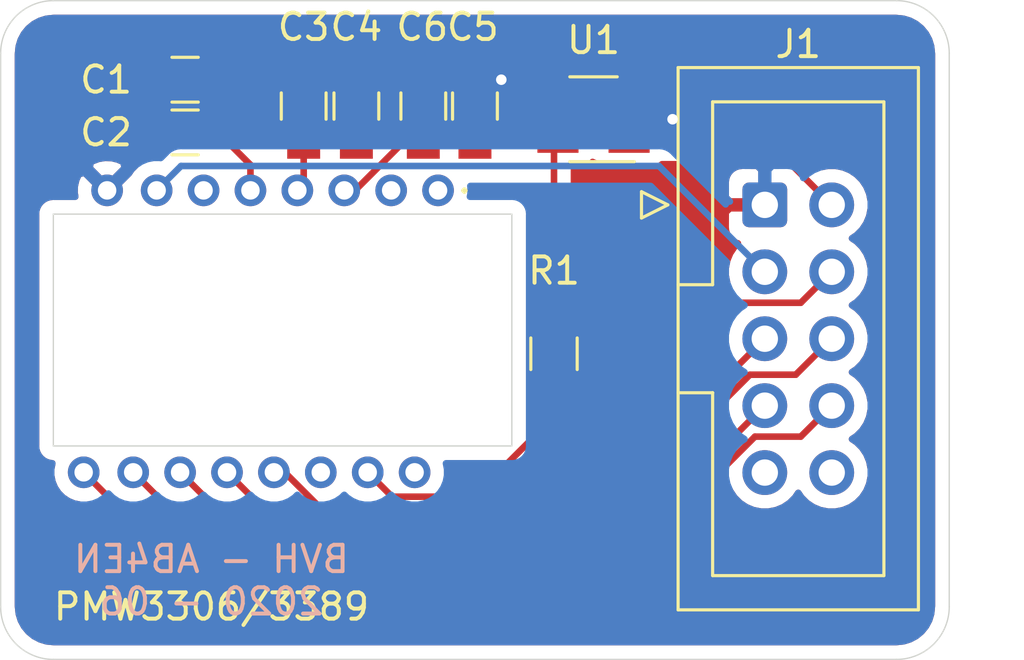
<source format=kicad_pcb>
(kicad_pcb (version 20171130) (host pcbnew "(5.1.6-0-10_14)")

  (general
    (thickness 1.6)
    (drawings 14)
    (tracks 72)
    (zones 0)
    (modules 10)
    (nets 12)
  )

  (page A4)
  (layers
    (0 F.Cu signal)
    (31 B.Cu signal)
    (32 B.Adhes user)
    (33 F.Adhes user)
    (34 B.Paste user)
    (35 F.Paste user)
    (36 B.SilkS user)
    (37 F.SilkS user)
    (38 B.Mask user)
    (39 F.Mask user)
    (40 Dwgs.User user)
    (41 Cmts.User user)
    (42 Eco1.User user)
    (43 Eco2.User user)
    (44 Edge.Cuts user)
    (45 Margin user)
    (46 B.CrtYd user)
    (47 F.CrtYd user)
    (48 B.Fab user)
    (49 F.Fab user)
  )

  (setup
    (last_trace_width 0.25)
    (trace_clearance 0.2)
    (zone_clearance 0.508)
    (zone_45_only no)
    (trace_min 0.2)
    (via_size 0.8)
    (via_drill 0.4)
    (via_min_size 0.4)
    (via_min_drill 0.3)
    (uvia_size 0.3)
    (uvia_drill 0.1)
    (uvias_allowed no)
    (uvia_min_size 0.2)
    (uvia_min_drill 0.1)
    (edge_width 0.05)
    (segment_width 0.2)
    (pcb_text_width 0.3)
    (pcb_text_size 1.5 1.5)
    (mod_edge_width 0.12)
    (mod_text_size 1 1)
    (mod_text_width 0.15)
    (pad_size 1.524 1.524)
    (pad_drill 0.762)
    (pad_to_mask_clearance 0.051)
    (solder_mask_min_width 0.25)
    (aux_axis_origin 0 0)
    (visible_elements FFFFFF7F)
    (pcbplotparams
      (layerselection 0x010fc_ffffffff)
      (usegerberextensions false)
      (usegerberattributes false)
      (usegerberadvancedattributes false)
      (creategerberjobfile false)
      (excludeedgelayer true)
      (linewidth 0.100000)
      (plotframeref false)
      (viasonmask false)
      (mode 1)
      (useauxorigin false)
      (hpglpennumber 1)
      (hpglpenspeed 20)
      (hpglpendiameter 15.000000)
      (psnegative false)
      (psa4output false)
      (plotreference true)
      (plotvalue true)
      (plotinvisibletext false)
      (padsonsilk false)
      (subtractmaskfromsilk false)
      (outputformat 1)
      (mirror false)
      (drillshape 0)
      (scaleselection 1)
      (outputdirectory "output 2020-06-02/"))
  )

  (net 0 "")
  (net 1 +3V3)
  (net 2 GND)
  (net 3 +1V8)
  (net 4 "Net-(C5-Pad1)")
  (net 5 ~CS)
  (net 6 MOSI)
  (net 7 MISO)
  (net 8 SCLK)
  (net 9 MOTION)
  (net 10 ~RST)
  (net 11 "Net-(R1-Pad2)")

  (net_class Default "This is the default net class."
    (clearance 0.2)
    (trace_width 0.25)
    (via_dia 0.8)
    (via_drill 0.4)
    (uvia_dia 0.3)
    (uvia_drill 0.1)
    (add_net +1V8)
    (add_net +3V3)
    (add_net GND)
    (add_net MISO)
    (add_net MOSI)
    (add_net MOTION)
    (add_net "Net-(C5-Pad1)")
    (add_net "Net-(R1-Pad2)")
    (add_net SCLK)
    (add_net ~CS)
    (add_net ~RST)
  )

  (module Connector_IDC:IDC-Header_2x05_P2.54mm_Vertical (layer F.Cu) (tedit 5EAC9A07) (tstamp 5ED73060)
    (at 108.5 40.75)
    (descr "Through hole IDC box header, 2x05, 2.54mm pitch, DIN 41651 / IEC 60603-13, double rows, https://docs.google.com/spreadsheets/d/16SsEcesNF15N3Lb4niX7dcUr-NY5_MFPQhobNuNppn4/edit#gid=0")
    (tags "Through hole vertical IDC box header THT 2x05 2.54mm double row")
    (path /5ED771E3)
    (fp_text reference J1 (at 1.27 -6.1) (layer F.SilkS)
      (effects (font (size 1 1) (thickness 0.15)))
    )
    (fp_text value Conn_02x05_Odd_Even (at 1.27 16.26) (layer F.Fab)
      (effects (font (size 1 1) (thickness 0.15)))
    )
    (fp_text user %R (at 1.27 5.08 90) (layer F.Fab)
      (effects (font (size 1 1) (thickness 0.15)))
    )
    (fp_line (start -3.18 -4.1) (end -2.18 -5.1) (layer F.Fab) (width 0.1))
    (fp_line (start -2.18 -5.1) (end 5.72 -5.1) (layer F.Fab) (width 0.1))
    (fp_line (start 5.72 -5.1) (end 5.72 15.26) (layer F.Fab) (width 0.1))
    (fp_line (start 5.72 15.26) (end -3.18 15.26) (layer F.Fab) (width 0.1))
    (fp_line (start -3.18 15.26) (end -3.18 -4.1) (layer F.Fab) (width 0.1))
    (fp_line (start -3.18 3.03) (end -1.98 3.03) (layer F.Fab) (width 0.1))
    (fp_line (start -1.98 3.03) (end -1.98 -3.91) (layer F.Fab) (width 0.1))
    (fp_line (start -1.98 -3.91) (end 4.52 -3.91) (layer F.Fab) (width 0.1))
    (fp_line (start 4.52 -3.91) (end 4.52 14.07) (layer F.Fab) (width 0.1))
    (fp_line (start 4.52 14.07) (end -1.98 14.07) (layer F.Fab) (width 0.1))
    (fp_line (start -1.98 14.07) (end -1.98 7.13) (layer F.Fab) (width 0.1))
    (fp_line (start -1.98 7.13) (end -1.98 7.13) (layer F.Fab) (width 0.1))
    (fp_line (start -1.98 7.13) (end -3.18 7.13) (layer F.Fab) (width 0.1))
    (fp_line (start -3.29 -5.21) (end 5.83 -5.21) (layer F.SilkS) (width 0.12))
    (fp_line (start 5.83 -5.21) (end 5.83 15.37) (layer F.SilkS) (width 0.12))
    (fp_line (start 5.83 15.37) (end -3.29 15.37) (layer F.SilkS) (width 0.12))
    (fp_line (start -3.29 15.37) (end -3.29 -5.21) (layer F.SilkS) (width 0.12))
    (fp_line (start -3.29 3.03) (end -1.98 3.03) (layer F.SilkS) (width 0.12))
    (fp_line (start -1.98 3.03) (end -1.98 -3.91) (layer F.SilkS) (width 0.12))
    (fp_line (start -1.98 -3.91) (end 4.52 -3.91) (layer F.SilkS) (width 0.12))
    (fp_line (start 4.52 -3.91) (end 4.52 14.07) (layer F.SilkS) (width 0.12))
    (fp_line (start 4.52 14.07) (end -1.98 14.07) (layer F.SilkS) (width 0.12))
    (fp_line (start -1.98 14.07) (end -1.98 7.13) (layer F.SilkS) (width 0.12))
    (fp_line (start -1.98 7.13) (end -1.98 7.13) (layer F.SilkS) (width 0.12))
    (fp_line (start -1.98 7.13) (end -3.29 7.13) (layer F.SilkS) (width 0.12))
    (fp_line (start -3.68 0) (end -4.68 -0.5) (layer F.SilkS) (width 0.12))
    (fp_line (start -4.68 -0.5) (end -4.68 0.5) (layer F.SilkS) (width 0.12))
    (fp_line (start -4.68 0.5) (end -3.68 0) (layer F.SilkS) (width 0.12))
    (fp_line (start -3.68 -5.6) (end -3.68 15.76) (layer F.CrtYd) (width 0.05))
    (fp_line (start -3.68 15.76) (end 6.22 15.76) (layer F.CrtYd) (width 0.05))
    (fp_line (start 6.22 15.76) (end 6.22 -5.6) (layer F.CrtYd) (width 0.05))
    (fp_line (start 6.22 -5.6) (end -3.68 -5.6) (layer F.CrtYd) (width 0.05))
    (pad 10 thru_hole circle (at 2.54 10.16) (size 1.7 1.7) (drill 1) (layers *.Cu *.Mask))
    (pad 8 thru_hole circle (at 2.54 7.62) (size 1.7 1.7) (drill 1) (layers *.Cu *.Mask)
      (net 9 MOTION))
    (pad 6 thru_hole circle (at 2.54 5.08) (size 1.7 1.7) (drill 1) (layers *.Cu *.Mask)
      (net 6 MOSI))
    (pad 4 thru_hole circle (at 2.54 2.54) (size 1.7 1.7) (drill 1) (layers *.Cu *.Mask)
      (net 5 ~CS))
    (pad 2 thru_hole circle (at 2.54 0) (size 1.7 1.7) (drill 1) (layers *.Cu *.Mask)
      (net 1 +3V3))
    (pad 9 thru_hole circle (at 0 10.16) (size 1.7 1.7) (drill 1) (layers *.Cu *.Mask))
    (pad 7 thru_hole circle (at 0 7.62) (size 1.7 1.7) (drill 1) (layers *.Cu *.Mask)
      (net 8 SCLK))
    (pad 5 thru_hole circle (at 0 5.08) (size 1.7 1.7) (drill 1) (layers *.Cu *.Mask)
      (net 7 MISO))
    (pad 3 thru_hole circle (at 0 2.54) (size 1.7 1.7) (drill 1) (layers *.Cu *.Mask)
      (net 10 ~RST))
    (pad 1 thru_hole roundrect (at 0 0) (size 1.7 1.7) (drill 1) (layers *.Cu *.Mask) (roundrect_rratio 0.147059)
      (net 2 GND))
    (model ${KISYS3DMOD}/Connector_IDC.3dshapes/IDC-Header_2x05_P2.54mm_Vertical.wrl
      (at (xyz 0 0 0))
      (scale (xyz 1 1 1))
      (rotate (xyz 0 0 0))
    )
  )

  (module TO_SOT_Packages_SMD:SOT-23-5_HandSoldering (layer F.Cu) (tedit 58CE4E7E) (tstamp 5ED731AF)
    (at 102 37.5 180)
    (descr "5-pin SOT23 package")
    (tags "SOT-23-5 hand-soldering")
    (path /5EC4ED65)
    (attr smd)
    (fp_text reference U1 (at 0 3) (layer F.SilkS)
      (effects (font (size 1 1) (thickness 0.15)))
    )
    (fp_text value TLV70019_SOT23-5 (at 0 2.9) (layer F.Fab)
      (effects (font (size 1 1) (thickness 0.15)))
    )
    (fp_line (start 2.38 1.8) (end -2.38 1.8) (layer F.CrtYd) (width 0.05))
    (fp_line (start 2.38 1.8) (end 2.38 -1.8) (layer F.CrtYd) (width 0.05))
    (fp_line (start -2.38 -1.8) (end -2.38 1.8) (layer F.CrtYd) (width 0.05))
    (fp_line (start -2.38 -1.8) (end 2.38 -1.8) (layer F.CrtYd) (width 0.05))
    (fp_line (start 0.9 -1.55) (end 0.9 1.55) (layer F.Fab) (width 0.1))
    (fp_line (start 0.9 1.55) (end -0.9 1.55) (layer F.Fab) (width 0.1))
    (fp_line (start -0.9 -0.9) (end -0.9 1.55) (layer F.Fab) (width 0.1))
    (fp_line (start 0.9 -1.55) (end -0.25 -1.55) (layer F.Fab) (width 0.1))
    (fp_line (start -0.9 -0.9) (end -0.25 -1.55) (layer F.Fab) (width 0.1))
    (fp_line (start 0.9 -1.61) (end -1.55 -1.61) (layer F.SilkS) (width 0.12))
    (fp_line (start -0.9 1.61) (end 0.9 1.61) (layer F.SilkS) (width 0.12))
    (fp_text user %R (at 0 0 90) (layer F.Fab)
      (effects (font (size 0.5 0.5) (thickness 0.075)))
    )
    (pad 1 smd rect (at -1.35 -0.95 180) (size 1.56 0.65) (layers F.Cu F.Paste F.Mask)
      (net 1 +3V3))
    (pad 2 smd rect (at -1.35 0 180) (size 1.56 0.65) (layers F.Cu F.Paste F.Mask)
      (net 2 GND))
    (pad 3 smd rect (at -1.35 0.95 180) (size 1.56 0.65) (layers F.Cu F.Paste F.Mask)
      (net 1 +3V3))
    (pad 4 smd rect (at 1.35 0.95 180) (size 1.56 0.65) (layers F.Cu F.Paste F.Mask))
    (pad 5 smd rect (at 1.35 -0.95 180) (size 1.56 0.65) (layers F.Cu F.Paste F.Mask)
      (net 3 +1V8))
    (model ${KISYS3DMOD}/TO_SOT_Packages_SMD.3dshapes\SOT-23-5.wrl
      (at (xyz 0 0 0))
      (scale (xyz 1 1 1))
      (rotate (xyz 0 0 0))
    )
  )

  (module BVH_Components_Misc:PMW3360 (layer F.Cu) (tedit 5EC3F5C8) (tstamp 5ED74087)
    (at 96.1 40.2)
    (path /5EC7DD15)
    (fp_text reference U2 (at 3.7 5.5 90) (layer F.SilkS) hide
      (effects (font (size 1 1) (thickness 0.15)))
    )
    (fp_text value PMW3360 (at -5.6 4 180) (layer F.Fab)
      (effects (font (size 1 1) (thickness 0.15)))
    )
    (fp_line (start -14.48 1.05) (end -14.48 9.65) (layer Eco1.User) (width 0.12))
    (fp_line (start -14.48 9.65) (end 2.78 9.65) (layer Eco1.User) (width 0.12))
    (fp_line (start 2.78 1.05) (end 2.78 9.65) (layer Eco1.User) (width 0.12))
    (fp_line (start -14.48 1.05) (end 2.78 1.05) (layer Eco1.User) (width 0.12))
    (fp_circle (center -5.66 5.35) (end -5.377157 5.35) (layer Eco2.User) (width 0.12))
    (fp_text user X+ (at -5.8 2 180) (layer Eco2.User)
      (effects (font (size 1 1) (thickness 0.15)))
    )
    (fp_text user Y+ (at -13.5 5.2 90) (layer Eco2.User)
      (effects (font (size 1 1) (thickness 0.15)))
    )
    (fp_text user "Optical Center" (at -5.7 6.2) (layer Eco2.User)
      (effects (font (size 1 1) (thickness 0.15)))
    )
    (fp_text user . (at 1 -0.4) (layer F.SilkS)
      (effects (font (size 1 1) (thickness 0.15)))
    )
    (pad 15 thru_hole circle (at -2.67 10.7) (size 1.2 1.2) (drill 0.7) (layers *.Cu *.Mask)
      (net 11 "Net-(R1-Pad2)"))
    (pad 13 thru_hole circle (at -6.23 10.7) (size 1.2 1.2) (drill 0.7) (layers *.Cu *.Mask)
      (net 5 ~CS))
    (pad 12 thru_hole circle (at -8.01 10.7) (size 1.2 1.2) (drill 0.7) (layers *.Cu *.Mask)
      (net 7 MISO))
    (pad 10 thru_hole circle (at -11.57 10.7) (size 1.2 1.2) (drill 0.7) (layers *.Cu *.Mask)
      (net 8 SCLK))
    (pad 11 thru_hole circle (at -9.79 10.7) (size 1.2 1.2) (drill 0.7) (layers *.Cu *.Mask)
      (net 6 MOSI))
    (pad 9 thru_hole circle (at -13.45 10.7) (size 1.2 1.2) (drill 0.7) (layers *.Cu *.Mask)
      (net 9 MOTION))
    (pad 16 thru_hole circle (at -0.89 10.7) (size 1.2 1.2) (drill 0.7) (layers *.Cu *.Mask))
    (pad 14 thru_hole circle (at -4.45 10.7) (size 1.2 1.2) (drill 0.7) (layers *.Cu *.Mask))
    (pad 1 thru_hole circle (at 0 0) (size 1.2 1.2) (drill 0.7) (layers *.Cu *.Mask))
    (pad 2 thru_hole circle (at -1.78 0) (size 1.2 1.2) (drill 0.7) (layers *.Cu *.Mask))
    (pad 3 thru_hole circle (at -3.56 0) (size 1.2 1.2) (drill 0.7) (layers *.Cu *.Mask)
      (net 4 "Net-(C5-Pad1)"))
    (pad 4 thru_hole circle (at -5.34 0) (size 1.2 1.2) (drill 0.7) (layers *.Cu *.Mask)
      (net 3 +1V8))
    (pad 5 thru_hole circle (at -7.12 0) (size 1.2 1.2) (drill 0.7) (layers *.Cu *.Mask)
      (net 1 +3V3))
    (pad 6 thru_hole circle (at -8.9 0) (size 1.2 1.2) (drill 0.7) (layers *.Cu *.Mask))
    (pad 7 thru_hole circle (at -10.68 0) (size 1.2 1.2) (drill 0.7) (layers *.Cu *.Mask)
      (net 10 ~RST))
    (pad 8 thru_hole circle (at -12.56 0) (size 1.2 1.2) (drill 0.7) (layers *.Cu *.Mask)
      (net 2 GND))
  )

  (module Resistors_SMD:R_0805_HandSoldering (layer F.Cu) (tedit 58E0A804) (tstamp 5ED73772)
    (at 100.5 46.4 270)
    (descr "Resistor SMD 0805, hand soldering")
    (tags "resistor 0805")
    (path /5EC4A686)
    (attr smd)
    (fp_text reference R1 (at -3.15 0 180) (layer F.SilkS)
      (effects (font (size 1 1) (thickness 0.15)))
    )
    (fp_text value 39R (at -0.15 0 90) (layer F.Fab)
      (effects (font (size 1 1) (thickness 0.15)))
    )
    (fp_line (start 2.35 0.9) (end -2.35 0.9) (layer F.CrtYd) (width 0.05))
    (fp_line (start 2.35 0.9) (end 2.35 -0.9) (layer F.CrtYd) (width 0.05))
    (fp_line (start -2.35 -0.9) (end -2.35 0.9) (layer F.CrtYd) (width 0.05))
    (fp_line (start -2.35 -0.9) (end 2.35 -0.9) (layer F.CrtYd) (width 0.05))
    (fp_line (start -0.6 -0.88) (end 0.6 -0.88) (layer F.SilkS) (width 0.12))
    (fp_line (start 0.6 0.88) (end -0.6 0.88) (layer F.SilkS) (width 0.12))
    (fp_line (start -1 -0.62) (end 1 -0.62) (layer F.Fab) (width 0.1))
    (fp_line (start 1 -0.62) (end 1 0.62) (layer F.Fab) (width 0.1))
    (fp_line (start 1 0.62) (end -1 0.62) (layer F.Fab) (width 0.1))
    (fp_line (start -1 0.62) (end -1 -0.62) (layer F.Fab) (width 0.1))
    (fp_text user %R (at 0 0 90) (layer F.Fab)
      (effects (font (size 0.5 0.5) (thickness 0.075)))
    )
    (pad 1 smd rect (at -1.35 0 270) (size 1.5 1.3) (layers F.Cu F.Paste F.Mask)
      (net 3 +1V8))
    (pad 2 smd rect (at 1.35 0 270) (size 1.5 1.3) (layers F.Cu F.Paste F.Mask)
      (net 11 "Net-(R1-Pad2)"))
    (model ${KISYS3DMOD}/Resistors_SMD.3dshapes/R_0805.wrl
      (at (xyz 0 0 0))
      (scale (xyz 1 1 1))
      (rotate (xyz 0 0 0))
    )
  )

  (module Capacitors_SMD:C_0805_HandSoldering (layer F.Cu) (tedit 58AA84A8) (tstamp 5ED74810)
    (at 95.54 37 90)
    (descr "Capacitor SMD 0805, hand soldering")
    (tags "capacitor 0805")
    (path /5EC48B24)
    (attr smd)
    (fp_text reference C6 (at 3 -0.04 180) (layer F.SilkS)
      (effects (font (size 1 1) (thickness 0.15)))
    )
    (fp_text value 100nF (at 0 -0.04 90) (layer F.Fab)
      (effects (font (size 1 1) (thickness 0.15)))
    )
    (fp_line (start 2.25 0.87) (end -2.25 0.87) (layer F.CrtYd) (width 0.05))
    (fp_line (start 2.25 0.87) (end 2.25 -0.88) (layer F.CrtYd) (width 0.05))
    (fp_line (start -2.25 -0.88) (end -2.25 0.87) (layer F.CrtYd) (width 0.05))
    (fp_line (start -2.25 -0.88) (end 2.25 -0.88) (layer F.CrtYd) (width 0.05))
    (fp_line (start -0.5 0.85) (end 0.5 0.85) (layer F.SilkS) (width 0.12))
    (fp_line (start 0.5 -0.85) (end -0.5 -0.85) (layer F.SilkS) (width 0.12))
    (fp_line (start -1 -0.62) (end 1 -0.62) (layer F.Fab) (width 0.1))
    (fp_line (start 1 -0.62) (end 1 0.62) (layer F.Fab) (width 0.1))
    (fp_line (start 1 0.62) (end -1 0.62) (layer F.Fab) (width 0.1))
    (fp_line (start -1 0.62) (end -1 -0.62) (layer F.Fab) (width 0.1))
    (fp_text user %R (at 3 -0.04 180) (layer F.Fab)
      (effects (font (size 1 1) (thickness 0.15)))
    )
    (pad 1 smd rect (at -1.25 0 90) (size 1.5 1.25) (layers F.Cu F.Paste F.Mask)
      (net 4 "Net-(C5-Pad1)"))
    (pad 2 smd rect (at 1.25 0 90) (size 1.5 1.25) (layers F.Cu F.Paste F.Mask)
      (net 2 GND))
    (model Capacitors_SMD.3dshapes/C_0805.wrl
      (at (xyz 0 0 0))
      (scale (xyz 1 1 1))
      (rotate (xyz 0 0 0))
    )
  )

  (module Capacitors_SMD:C_0805_HandSoldering (layer F.Cu) (tedit 58AA84A8) (tstamp 5ED747E0)
    (at 97.5 37 90)
    (descr "Capacitor SMD 0805, hand soldering")
    (tags "capacitor 0805")
    (path /5EC48DDB)
    (attr smd)
    (fp_text reference C5 (at 3 -0.08 180) (layer F.SilkS)
      (effects (font (size 1 1) (thickness 0.15)))
    )
    (fp_text value 4.7uF (at 0 -0.08 90) (layer F.Fab)
      (effects (font (size 1 1) (thickness 0.15)))
    )
    (fp_line (start 2.25 0.87) (end -2.25 0.87) (layer F.CrtYd) (width 0.05))
    (fp_line (start 2.25 0.87) (end 2.25 -0.88) (layer F.CrtYd) (width 0.05))
    (fp_line (start -2.25 -0.88) (end -2.25 0.87) (layer F.CrtYd) (width 0.05))
    (fp_line (start -2.25 -0.88) (end 2.25 -0.88) (layer F.CrtYd) (width 0.05))
    (fp_line (start -0.5 0.85) (end 0.5 0.85) (layer F.SilkS) (width 0.12))
    (fp_line (start 0.5 -0.85) (end -0.5 -0.85) (layer F.SilkS) (width 0.12))
    (fp_line (start -1 -0.62) (end 1 -0.62) (layer F.Fab) (width 0.1))
    (fp_line (start 1 -0.62) (end 1 0.62) (layer F.Fab) (width 0.1))
    (fp_line (start 1 0.62) (end -1 0.62) (layer F.Fab) (width 0.1))
    (fp_line (start -1 0.62) (end -1 -0.62) (layer F.Fab) (width 0.1))
    (fp_text user %R (at 3 -0.08 180) (layer F.Fab)
      (effects (font (size 1 1) (thickness 0.15)))
    )
    (pad 1 smd rect (at -1.25 0 90) (size 1.5 1.25) (layers F.Cu F.Paste F.Mask)
      (net 4 "Net-(C5-Pad1)"))
    (pad 2 smd rect (at 1.25 0 90) (size 1.5 1.25) (layers F.Cu F.Paste F.Mask)
      (net 2 GND))
    (model Capacitors_SMD.3dshapes/C_0805.wrl
      (at (xyz 0 0 0))
      (scale (xyz 1 1 1))
      (rotate (xyz 0 0 0))
    )
  )

  (module Capacitors_SMD:C_0805_HandSoldering (layer F.Cu) (tedit 58AA84A8) (tstamp 5EC47977)
    (at 93 37 90)
    (descr "Capacitor SMD 0805, hand soldering")
    (tags "capacitor 0805")
    (path /5EC5C546)
    (attr smd)
    (fp_text reference C4 (at 3 0 180) (layer F.SilkS)
      (effects (font (size 1 1) (thickness 0.15)))
    )
    (fp_text value 10uF (at 0 0 90) (layer F.Fab)
      (effects (font (size 1 1) (thickness 0.15)))
    )
    (fp_line (start 2.25 0.87) (end -2.25 0.87) (layer F.CrtYd) (width 0.05))
    (fp_line (start 2.25 0.87) (end 2.25 -0.88) (layer F.CrtYd) (width 0.05))
    (fp_line (start -2.25 -0.88) (end -2.25 0.87) (layer F.CrtYd) (width 0.05))
    (fp_line (start -2.25 -0.88) (end 2.25 -0.88) (layer F.CrtYd) (width 0.05))
    (fp_line (start -0.5 0.85) (end 0.5 0.85) (layer F.SilkS) (width 0.12))
    (fp_line (start 0.5 -0.85) (end -0.5 -0.85) (layer F.SilkS) (width 0.12))
    (fp_line (start -1 -0.62) (end 1 -0.62) (layer F.Fab) (width 0.1))
    (fp_line (start 1 -0.62) (end 1 0.62) (layer F.Fab) (width 0.1))
    (fp_line (start 1 0.62) (end -1 0.62) (layer F.Fab) (width 0.1))
    (fp_line (start -1 0.62) (end -1 -0.62) (layer F.Fab) (width 0.1))
    (fp_text user %R (at 0 -1.75 90) (layer F.Fab) hide
      (effects (font (size 1 1) (thickness 0.15)))
    )
    (pad 1 smd rect (at -1.25 0 90) (size 1.5 1.25) (layers F.Cu F.Paste F.Mask)
      (net 3 +1V8))
    (pad 2 smd rect (at 1.25 0 90) (size 1.5 1.25) (layers F.Cu F.Paste F.Mask)
      (net 2 GND))
    (model Capacitors_SMD.3dshapes/C_0805.wrl
      (at (xyz 0 0 0))
      (scale (xyz 1 1 1))
      (rotate (xyz 0 0 0))
    )
  )

  (module Capacitors_SMD:C_0805_HandSoldering (layer F.Cu) (tedit 58AA84A8) (tstamp 5EC47974)
    (at 91 37 90)
    (descr "Capacitor SMD 0805, hand soldering")
    (tags "capacitor 0805")
    (path /5EC52551)
    (attr smd)
    (fp_text reference C3 (at 3 0 180) (layer F.SilkS)
      (effects (font (size 1 1) (thickness 0.15)))
    )
    (fp_text value 100nF (at 0 0 90) (layer F.Fab)
      (effects (font (size 1 1) (thickness 0.15)))
    )
    (fp_line (start 2.25 0.87) (end -2.25 0.87) (layer F.CrtYd) (width 0.05))
    (fp_line (start 2.25 0.87) (end 2.25 -0.88) (layer F.CrtYd) (width 0.05))
    (fp_line (start -2.25 -0.88) (end -2.25 0.87) (layer F.CrtYd) (width 0.05))
    (fp_line (start -2.25 -0.88) (end 2.25 -0.88) (layer F.CrtYd) (width 0.05))
    (fp_line (start -0.5 0.85) (end 0.5 0.85) (layer F.SilkS) (width 0.12))
    (fp_line (start 0.5 -0.85) (end -0.5 -0.85) (layer F.SilkS) (width 0.12))
    (fp_line (start -1 -0.62) (end 1 -0.62) (layer F.Fab) (width 0.1))
    (fp_line (start 1 -0.62) (end 1 0.62) (layer F.Fab) (width 0.1))
    (fp_line (start 1 0.62) (end -1 0.62) (layer F.Fab) (width 0.1))
    (fp_line (start -1 0.62) (end -1 -0.62) (layer F.Fab) (width 0.1))
    (fp_text user %R (at 0 -1.75 90) (layer F.Fab) hide
      (effects (font (size 1 1) (thickness 0.15)))
    )
    (pad 1 smd rect (at -1.25 0 90) (size 1.5 1.25) (layers F.Cu F.Paste F.Mask)
      (net 3 +1V8))
    (pad 2 smd rect (at 1.25 0 90) (size 1.5 1.25) (layers F.Cu F.Paste F.Mask)
      (net 2 GND))
    (model Capacitors_SMD.3dshapes/C_0805.wrl
      (at (xyz 0 0 0))
      (scale (xyz 1 1 1))
      (rotate (xyz 0 0 0))
    )
  )

  (module Capacitors_SMD:C_0805_HandSoldering (layer F.Cu) (tedit 58AA84A8) (tstamp 5ED733CF)
    (at 86.5 38 180)
    (descr "Capacitor SMD 0805, hand soldering")
    (tags "capacitor 0805")
    (path /5EC50ED7)
    (attr smd)
    (fp_text reference C2 (at 3 0) (layer F.SilkS)
      (effects (font (size 1 1) (thickness 0.15)))
    )
    (fp_text value 100nF (at -0.25 0) (layer F.Fab)
      (effects (font (size 1 1) (thickness 0.15)))
    )
    (fp_line (start 2.25 0.87) (end -2.25 0.87) (layer F.CrtYd) (width 0.05))
    (fp_line (start 2.25 0.87) (end 2.25 -0.88) (layer F.CrtYd) (width 0.05))
    (fp_line (start -2.25 -0.88) (end -2.25 0.87) (layer F.CrtYd) (width 0.05))
    (fp_line (start -2.25 -0.88) (end 2.25 -0.88) (layer F.CrtYd) (width 0.05))
    (fp_line (start -0.5 0.85) (end 0.5 0.85) (layer F.SilkS) (width 0.12))
    (fp_line (start 0.5 -0.85) (end -0.5 -0.85) (layer F.SilkS) (width 0.12))
    (fp_line (start -1 -0.62) (end 1 -0.62) (layer F.Fab) (width 0.1))
    (fp_line (start 1 -0.62) (end 1 0.62) (layer F.Fab) (width 0.1))
    (fp_line (start 1 0.62) (end -1 0.62) (layer F.Fab) (width 0.1))
    (fp_line (start -1 0.62) (end -1 -0.62) (layer F.Fab) (width 0.1))
    (fp_text user %R (at 3 0) (layer F.Fab)
      (effects (font (size 1 1) (thickness 0.15)))
    )
    (pad 1 smd rect (at -1.25 0 180) (size 1.5 1.25) (layers F.Cu F.Paste F.Mask)
      (net 1 +3V3))
    (pad 2 smd rect (at 1.25 0 180) (size 1.5 1.25) (layers F.Cu F.Paste F.Mask)
      (net 2 GND))
    (model Capacitors_SMD.3dshapes/C_0805.wrl
      (at (xyz 0 0 0))
      (scale (xyz 1 1 1))
      (rotate (xyz 0 0 0))
    )
  )

  (module Capacitors_SMD:C_0805_HandSoldering (layer F.Cu) (tedit 58AA84A8) (tstamp 5ED732B5)
    (at 86.5 36 180)
    (descr "Capacitor SMD 0805, hand soldering")
    (tags "capacitor 0805")
    (path /5EC5AFFF)
    (attr smd)
    (fp_text reference C1 (at 3 0) (layer F.SilkS)
      (effects (font (size 1 1) (thickness 0.15)))
    )
    (fp_text value 10uF (at 0 1.75) (layer F.Fab) hide
      (effects (font (size 1 1) (thickness 0.15)))
    )
    (fp_line (start 2.25 0.87) (end -2.25 0.87) (layer F.CrtYd) (width 0.05))
    (fp_line (start 2.25 0.87) (end 2.25 -0.88) (layer F.CrtYd) (width 0.05))
    (fp_line (start -2.25 -0.88) (end -2.25 0.87) (layer F.CrtYd) (width 0.05))
    (fp_line (start -2.25 -0.88) (end 2.25 -0.88) (layer F.CrtYd) (width 0.05))
    (fp_line (start -0.5 0.85) (end 0.5 0.85) (layer F.SilkS) (width 0.12))
    (fp_line (start 0.5 -0.85) (end -0.5 -0.85) (layer F.SilkS) (width 0.12))
    (fp_line (start -1 -0.62) (end 1 -0.62) (layer F.Fab) (width 0.1))
    (fp_line (start 1 -0.62) (end 1 0.62) (layer F.Fab) (width 0.1))
    (fp_line (start 1 0.62) (end -1 0.62) (layer F.Fab) (width 0.1))
    (fp_line (start -1 0.62) (end -1 -0.62) (layer F.Fab) (width 0.1))
    (fp_text user %R (at 3 0) (layer F.Fab)
      (effects (font (size 1 1) (thickness 0.15)))
    )
    (pad 1 smd rect (at -1.25 0 180) (size 1.5 1.25) (layers F.Cu F.Paste F.Mask)
      (net 1 +3V3))
    (pad 2 smd rect (at 1.25 0 180) (size 1.5 1.25) (layers F.Cu F.Paste F.Mask)
      (net 2 GND))
    (model Capacitors_SMD.3dshapes/C_0805.wrl
      (at (xyz 0 0 0))
      (scale (xyz 1 1 1))
      (rotate (xyz 0 0 0))
    )
  )

  (gr_text "BVH - AB4EN\n2020 - 06" (at 87.5 55) (layer B.SilkS)
    (effects (font (size 1 1) (thickness 0.15)) (justify mirror))
  )
  (gr_text "PMW3306/3389\n" (at 87.5 56) (layer F.SilkS)
    (effects (font (size 1 1) (thickness 0.15)))
  )
  (gr_arc (start 81.5 56) (end 79.5 56) (angle -90) (layer Edge.Cuts) (width 0.05))
  (gr_arc (start 113.5 56) (end 113.5 58) (angle -90) (layer Edge.Cuts) (width 0.05))
  (gr_arc (start 113.5 35) (end 115.5 35) (angle -90) (layer Edge.Cuts) (width 0.05))
  (gr_arc (start 81.5 35) (end 81.5 33) (angle -90) (layer Edge.Cuts) (width 0.05))
  (gr_line (start 79.5 56) (end 79.5 35) (layer Edge.Cuts) (width 0.05) (tstamp 5ED73D9F))
  (gr_line (start 113.5 58) (end 81.5 58) (layer Edge.Cuts) (width 0.05))
  (gr_line (start 115.5 35) (end 115.5 56) (layer Edge.Cuts) (width 0.05))
  (gr_line (start 81.5 33) (end 113.5 33) (layer Edge.Cuts) (width 0.05))
  (gr_line (start 81.5 49.9) (end 81.5 41.1) (layer Edge.Cuts) (width 0.05) (tstamp 5ED73D9E))
  (gr_line (start 98.9 49.9) (end 81.5 49.9) (layer Edge.Cuts) (width 0.05))
  (gr_line (start 98.9 41.1) (end 98.9 49.9) (layer Edge.Cuts) (width 0.05))
  (gr_line (start 81.5 41.1) (end 98.9 41.1) (layer Edge.Cuts) (width 0.05))

  (segment (start 88.98 39.23) (end 87.75 38) (width 0.25) (layer F.Cu) (net 1))
  (segment (start 88.98 40.2) (end 88.98 39.23) (width 0.25) (layer F.Cu) (net 1))
  (segment (start 87.75 38) (end 87.75 36) (width 0.25) (layer F.Cu) (net 1))
  (segment (start 102.32 38.45) (end 103.35 38.45) (width 0.25) (layer F.Cu) (net 1))
  (segment (start 102.244999 38.374999) (end 102.32 38.45) (width 0.25) (layer F.Cu) (net 1))
  (segment (start 102.32 36.55) (end 102.244999 36.625001) (width 0.25) (layer F.Cu) (net 1))
  (segment (start 102.244999 36.625001) (end 102.244999 38.374999) (width 0.25) (layer F.Cu) (net 1))
  (segment (start 103.35 36.55) (end 102.32 36.55) (width 0.25) (layer F.Cu) (net 1))
  (segment (start 108.74 38.45) (end 111.04 40.75) (width 0.25) (layer F.Cu) (net 1))
  (segment (start 103.35 38.45) (end 108.74 38.45) (width 0.25) (layer F.Cu) (net 1))
  (segment (start 88.575001 36.825001) (end 93.885002 36.825001) (width 0.25) (layer F.Cu) (net 1))
  (segment (start 94.049989 36.660013) (end 94.049989 35.380009) (width 0.25) (layer F.Cu) (net 1))
  (segment (start 93.885002 36.825001) (end 94.049989 36.660013) (width 0.25) (layer F.Cu) (net 1))
  (segment (start 101.669999 37.200001) (end 102.32 36.55) (width 0.25) (layer F.Cu) (net 1))
  (segment (start 99.336412 35.72641) (end 99.336412 37.200001) (width 0.25) (layer F.Cu) (net 1))
  (segment (start 87.75 36) (end 88.575001 36.825001) (width 0.25) (layer F.Cu) (net 1))
  (segment (start 99.336412 37.200001) (end 101.669999 37.200001) (width 0.25) (layer F.Cu) (net 1))
  (segment (start 94.754999 34.674999) (end 98.285001 34.674999) (width 0.25) (layer F.Cu) (net 1))
  (segment (start 98.285001 34.674999) (end 99.336412 35.72641) (width 0.25) (layer F.Cu) (net 1))
  (segment (start 94.049989 35.380009) (end 94.754999 34.674999) (width 0.25) (layer F.Cu) (net 1))
  (via (at 98.5 36) (size 0.8) (drill 0.4) (layers F.Cu B.Cu) (net 2))
  (segment (start 98.35 35.85) (end 98.5 36) (width 0.25) (layer F.Cu) (net 2))
  (segment (start 97.5 35.85) (end 98.35 35.85) (width 0.25) (layer F.Cu) (net 2))
  (via (at 105 37.5) (size 0.8) (drill 0.4) (layers F.Cu B.Cu) (net 2))
  (segment (start 103.35 37.5) (end 105 37.5) (width 0.25) (layer F.Cu) (net 2))
  (segment (start 93 38.25) (end 91 38.25) (width 0.25) (layer F.Cu) (net 3))
  (segment (start 91 39.96) (end 90.76 40.2) (width 0.25) (layer F.Cu) (net 3))
  (segment (start 91 38.25) (end 91 39.96) (width 0.25) (layer F.Cu) (net 3))
  (segment (start 100.5 38.6) (end 100.65 38.45) (width 0.25) (layer F.Cu) (net 3))
  (segment (start 100.5 45.05) (end 100.5 38.6) (width 0.25) (layer F.Cu) (net 3))
  (segment (start 100.65 38.45) (end 99.95 38.45) (width 0.25) (layer F.Cu) (net 3))
  (segment (start 99.95 38.45) (end 98.5 37) (width 0.25) (layer F.Cu) (net 3))
  (segment (start 93.096413 38.25) (end 93 38.25) (width 0.25) (layer F.Cu) (net 3))
  (segment (start 94.346413 37) (end 93.096413 38.25) (width 0.25) (layer F.Cu) (net 3))
  (segment (start 94.346413 37) (end 98.5 37) (width 0.25) (layer F.Cu) (net 3))
  (segment (start 94.860002 38.25) (end 95.54 38.25) (width 0.25) (layer F.Cu) (net 4) (tstamp 5ED74834))
  (segment (start 92.54 40.2) (end 93.010002 40.2) (width 0.25) (layer F.Cu) (net 4))
  (segment (start 95.54 38.25) (end 97.5 38.25) (width 0.25) (layer F.Cu) (net 4) (tstamp 5ED74831))
  (segment (start 94.900998 38.25) (end 95.54 38.25) (width 0.25) (layer F.Cu) (net 4))
  (segment (start 92.950998 40.2) (end 94.900998 38.25) (width 0.25) (layer F.Cu) (net 4))
  (segment (start 92.54 40.2) (end 92.950998 40.2) (width 0.25) (layer F.Cu) (net 4))
  (segment (start 97.656388 52.27501) (end 98.965699 50.965699) (width 0.25) (layer F.Cu) (net 5))
  (segment (start 91.65601 52.275011) (end 97.656388 52.27501) (width 0.25) (layer F.Cu) (net 5))
  (segment (start 90.280998 50.9) (end 91.65601 52.275011) (width 0.25) (layer F.Cu) (net 5))
  (segment (start 89.87 50.9) (end 90.280998 50.9) (width 0.25) (layer F.Cu) (net 5))
  (segment (start 105.770001 44.465001) (end 109.864999 44.465001) (width 0.25) (layer F.Cu) (net 5))
  (segment (start 109.864999 44.465001) (end 111.04 43.29) (width 0.25) (layer F.Cu) (net 5))
  (segment (start 99.269303 50.965699) (end 105.770001 44.465001) (width 0.25) (layer F.Cu) (net 5))
  (segment (start 98.965699 50.965699) (end 99.269303 50.965699) (width 0.25) (layer F.Cu) (net 5))
  (segment (start 109.675001 47.194999) (end 111.04 45.83) (width 0.25) (layer F.Cu) (net 6))
  (segment (start 107.935999 47.194999) (end 109.675001 47.194999) (width 0.25) (layer F.Cu) (net 6))
  (segment (start 101.955968 53.17503) (end 107.935999 47.194999) (width 0.25) (layer F.Cu) (net 6))
  (segment (start 88.585031 53.17503) (end 101.955968 53.17503) (width 0.25) (layer F.Cu) (net 6))
  (segment (start 86.31 50.9) (end 88.585031 53.17503) (width 0.25) (layer F.Cu) (net 6))
  (segment (start 101.60498 52.72502) (end 89.91502 52.72502) (width 0.25) (layer F.Cu) (net 7))
  (segment (start 89.91502 52.72502) (end 88.09 50.9) (width 0.25) (layer F.Cu) (net 7))
  (segment (start 108.5 45.83) (end 101.60498 52.72502) (width 0.25) (layer F.Cu) (net 7))
  (segment (start 87.255039 53.625039) (end 84.53 50.9) (width 0.25) (layer F.Cu) (net 8))
  (segment (start 103.244961 53.625039) (end 87.255039 53.625039) (width 0.25) (layer F.Cu) (net 8))
  (segment (start 108.5 48.37) (end 103.244961 53.625039) (width 0.25) (layer F.Cu) (net 8))
  (segment (start 109.864999 49.545001) (end 111.04 48.37) (width 0.25) (layer F.Cu) (net 9))
  (segment (start 103.595949 54.075049) (end 108.125997 49.545001) (width 0.25) (layer F.Cu) (net 9))
  (segment (start 85.825049 54.075049) (end 103.595949 54.075049) (width 0.25) (layer F.Cu) (net 9))
  (segment (start 108.125997 49.545001) (end 109.864999 49.545001) (width 0.25) (layer F.Cu) (net 9))
  (segment (start 82.65 50.9) (end 85.825049 54.075049) (width 0.25) (layer F.Cu) (net 9))
  (segment (start 86.345001 39.274999) (end 104.484999 39.274999) (width 0.25) (layer B.Cu) (net 10))
  (segment (start 104.484999 39.274999) (end 108.5 43.29) (width 0.25) (layer B.Cu) (net 10))
  (segment (start 85.42 40.2) (end 86.345001 39.274999) (width 0.25) (layer B.Cu) (net 10))
  (segment (start 97.469987 51.825001) (end 100.5 48.794988) (width 0.25) (layer F.Cu) (net 11))
  (segment (start 100.5 48.794988) (end 100.5 47.75) (width 0.25) (layer F.Cu) (net 11))
  (segment (start 94.355001 51.825001) (end 97.469987 51.825001) (width 0.25) (layer F.Cu) (net 11))
  (segment (start 93.43 50.9) (end 94.355001 51.825001) (width 0.25) (layer F.Cu) (net 11))

  (zone (net 2) (net_name GND) (layer F.Cu) (tstamp 5ED74C13) (hatch edge 0.508)
    (connect_pads (clearance 0.508))
    (min_thickness 0.254)
    (fill yes (arc_segments 32) (thermal_gap 0.508) (thermal_bridge_width 0.508))
    (polygon
      (pts
        (xy 115.5 58) (xy 79.5 58) (xy 79.5 33) (xy 115.5 33)
      )
    )
    (filled_polygon
      (pts
        (xy 113.759659 33.688625) (xy 114.009429 33.764035) (xy 114.239792 33.886522) (xy 114.44198 34.051422) (xy 114.608286 34.25245)
        (xy 114.732378 34.481954) (xy 114.809531 34.731195) (xy 114.84 35.021089) (xy 114.840001 55.967711) (xy 114.811375 56.25966)
        (xy 114.735965 56.509429) (xy 114.613477 56.739794) (xy 114.448579 56.941979) (xy 114.247546 57.108288) (xy 114.018046 57.232378)
        (xy 113.768805 57.309531) (xy 113.478911 57.34) (xy 81.532279 57.34) (xy 81.24034 57.311375) (xy 80.990571 57.235965)
        (xy 80.760206 57.113477) (xy 80.558021 56.948579) (xy 80.391712 56.747546) (xy 80.267622 56.518046) (xy 80.190469 56.268805)
        (xy 80.16 55.978911) (xy 80.16 41.1) (xy 80.836807 41.1) (xy 80.840001 41.132429) (xy 80.84 49.867581)
        (xy 80.836807 49.9) (xy 80.84955 50.029383) (xy 80.88729 50.153793) (xy 80.948575 50.26845) (xy 80.999683 50.330725)
        (xy 81.031052 50.368948) (xy 81.13155 50.451425) (xy 81.246207 50.51271) (xy 81.370617 50.55045) (xy 81.458611 50.559117)
        (xy 81.415 50.778363) (xy 81.415 51.021637) (xy 81.46246 51.260236) (xy 81.555557 51.484992) (xy 81.690713 51.687267)
        (xy 81.862733 51.859287) (xy 82.065008 51.994443) (xy 82.289764 52.08754) (xy 82.528363 52.135) (xy 82.771637 52.135)
        (xy 82.803801 52.128602) (xy 85.26125 54.586052) (xy 85.285048 54.61505) (xy 85.400773 54.710023) (xy 85.532802 54.780595)
        (xy 85.676063 54.824052) (xy 85.787716 54.835049) (xy 85.787725 54.835049) (xy 85.825048 54.838725) (xy 85.862371 54.835049)
        (xy 103.558627 54.835049) (xy 103.595949 54.838725) (xy 103.633271 54.835049) (xy 103.633282 54.835049) (xy 103.744935 54.824052)
        (xy 103.888196 54.780595) (xy 104.020225 54.710023) (xy 104.13595 54.61505) (xy 104.159753 54.586046) (xy 107.168891 51.576909)
        (xy 107.18401 51.613411) (xy 107.346525 51.856632) (xy 107.553368 52.063475) (xy 107.796589 52.22599) (xy 108.066842 52.337932)
        (xy 108.35374 52.395) (xy 108.64626 52.395) (xy 108.933158 52.337932) (xy 109.203411 52.22599) (xy 109.446632 52.063475)
        (xy 109.653475 51.856632) (xy 109.77 51.68224) (xy 109.886525 51.856632) (xy 110.093368 52.063475) (xy 110.336589 52.22599)
        (xy 110.606842 52.337932) (xy 110.89374 52.395) (xy 111.18626 52.395) (xy 111.473158 52.337932) (xy 111.743411 52.22599)
        (xy 111.986632 52.063475) (xy 112.193475 51.856632) (xy 112.35599 51.613411) (xy 112.467932 51.343158) (xy 112.525 51.05626)
        (xy 112.525 50.76374) (xy 112.467932 50.476842) (xy 112.35599 50.206589) (xy 112.193475 49.963368) (xy 111.986632 49.756525)
        (xy 111.81224 49.64) (xy 111.986632 49.523475) (xy 112.193475 49.316632) (xy 112.35599 49.073411) (xy 112.467932 48.803158)
        (xy 112.525 48.51626) (xy 112.525 48.22374) (xy 112.467932 47.936842) (xy 112.35599 47.666589) (xy 112.193475 47.423368)
        (xy 111.986632 47.216525) (xy 111.81224 47.1) (xy 111.986632 46.983475) (xy 112.193475 46.776632) (xy 112.35599 46.533411)
        (xy 112.467932 46.263158) (xy 112.525 45.97626) (xy 112.525 45.68374) (xy 112.467932 45.396842) (xy 112.35599 45.126589)
        (xy 112.193475 44.883368) (xy 111.986632 44.676525) (xy 111.81224 44.56) (xy 111.986632 44.443475) (xy 112.193475 44.236632)
        (xy 112.35599 43.993411) (xy 112.467932 43.723158) (xy 112.525 43.43626) (xy 112.525 43.14374) (xy 112.467932 42.856842)
        (xy 112.35599 42.586589) (xy 112.193475 42.343368) (xy 111.986632 42.136525) (xy 111.81224 42.02) (xy 111.986632 41.903475)
        (xy 112.193475 41.696632) (xy 112.35599 41.453411) (xy 112.467932 41.183158) (xy 112.525 40.89626) (xy 112.525 40.60374)
        (xy 112.467932 40.316842) (xy 112.35599 40.046589) (xy 112.193475 39.803368) (xy 111.986632 39.596525) (xy 111.743411 39.43401)
        (xy 111.473158 39.322068) (xy 111.18626 39.265) (xy 110.89374 39.265) (xy 110.673592 39.30879) (xy 109.303804 37.939003)
        (xy 109.280001 37.909999) (xy 109.164276 37.815026) (xy 109.032247 37.744454) (xy 108.888986 37.700997) (xy 108.777333 37.69)
        (xy 108.777322 37.69) (xy 108.74 37.686324) (xy 108.702678 37.69) (xy 104.66925 37.69) (xy 104.60625 37.627)
        (xy 104.524141 37.627) (xy 104.484494 37.594463) (xy 104.37418 37.535498) (xy 104.257159 37.5) (xy 104.37418 37.464502)
        (xy 104.484494 37.405537) (xy 104.524141 37.373) (xy 104.60625 37.373) (xy 104.765 37.21425) (xy 104.768072 37.175)
        (xy 104.755812 37.050518) (xy 104.748071 37.025) (xy 104.755812 36.999482) (xy 104.768072 36.875) (xy 104.768072 36.225)
        (xy 104.755812 36.100518) (xy 104.719502 35.98082) (xy 104.660537 35.870506) (xy 104.581185 35.773815) (xy 104.484494 35.694463)
        (xy 104.37418 35.635498) (xy 104.254482 35.599188) (xy 104.13 35.586928) (xy 102.57 35.586928) (xy 102.445518 35.599188)
        (xy 102.32582 35.635498) (xy 102.215506 35.694463) (xy 102.118815 35.773815) (xy 102.071811 35.831089) (xy 102.027753 35.844454)
        (xy 101.964643 35.878188) (xy 101.960537 35.870506) (xy 101.881185 35.773815) (xy 101.784494 35.694463) (xy 101.67418 35.635498)
        (xy 101.554482 35.599188) (xy 101.43 35.586928) (xy 100.086351 35.586928) (xy 100.085415 35.577424) (xy 100.041958 35.434163)
        (xy 99.971386 35.302134) (xy 99.876413 35.186409) (xy 99.847416 35.162612) (xy 98.848805 34.164001) (xy 98.825002 34.134998)
        (xy 98.709277 34.040025) (xy 98.577248 33.969453) (xy 98.433987 33.925996) (xy 98.322334 33.914999) (xy 98.322323 33.914999)
        (xy 98.285001 33.911323) (xy 98.247679 33.914999) (xy 94.792324 33.914999) (xy 94.754999 33.911323) (xy 94.717674 33.914999)
        (xy 94.717666 33.914999) (xy 94.606013 33.925996) (xy 94.462752 33.969453) (xy 94.330723 34.040025) (xy 94.214998 34.134998)
        (xy 94.1912 34.163997) (xy 93.918393 34.436803) (xy 93.86918 34.410498) (xy 93.749482 34.374188) (xy 93.625 34.361928)
        (xy 93.28575 34.365) (xy 93.127 34.52375) (xy 93.127 35.623) (xy 93.147 35.623) (xy 93.147 35.877)
        (xy 93.127 35.877) (xy 93.127 35.897) (xy 92.873 35.897) (xy 92.873 35.877) (xy 91.127 35.877)
        (xy 91.127 35.897) (xy 90.873 35.897) (xy 90.873 35.877) (xy 89.89875 35.877) (xy 89.74 36.03575)
        (xy 89.739806 36.065001) (xy 89.138072 36.065001) (xy 89.138072 35.375) (xy 89.125812 35.250518) (xy 89.089502 35.13082)
        (xy 89.030537 35.020506) (xy 89.013709 35) (xy 89.736928 35) (xy 89.74 35.46425) (xy 89.89875 35.623)
        (xy 90.873 35.623) (xy 90.873 34.52375) (xy 91.127 34.52375) (xy 91.127 35.623) (xy 92.873 35.623)
        (xy 92.873 34.52375) (xy 92.71425 34.365) (xy 92.375 34.361928) (xy 92.250518 34.374188) (xy 92.13082 34.410498)
        (xy 92.020506 34.469463) (xy 92 34.486292) (xy 91.979494 34.469463) (xy 91.86918 34.410498) (xy 91.749482 34.374188)
        (xy 91.625 34.361928) (xy 91.28575 34.365) (xy 91.127 34.52375) (xy 90.873 34.52375) (xy 90.71425 34.365)
        (xy 90.375 34.361928) (xy 90.250518 34.374188) (xy 90.13082 34.410498) (xy 90.020506 34.469463) (xy 89.923815 34.548815)
        (xy 89.844463 34.645506) (xy 89.785498 34.75582) (xy 89.749188 34.875518) (xy 89.736928 35) (xy 89.013709 35)
        (xy 88.951185 34.923815) (xy 88.854494 34.844463) (xy 88.74418 34.785498) (xy 88.624482 34.749188) (xy 88.5 34.736928)
        (xy 87 34.736928) (xy 86.875518 34.749188) (xy 86.75582 34.785498) (xy 86.645506 34.844463) (xy 86.548815 34.923815)
        (xy 86.5 34.983296) (xy 86.451185 34.923815) (xy 86.354494 34.844463) (xy 86.24418 34.785498) (xy 86.124482 34.749188)
        (xy 86 34.736928) (xy 85.53575 34.74) (xy 85.377 34.89875) (xy 85.377 35.873) (xy 85.397 35.873)
        (xy 85.397 36.127) (xy 85.377 36.127) (xy 85.377 37.873) (xy 85.397 37.873) (xy 85.397 38.127)
        (xy 85.377 38.127) (xy 85.377 38.147) (xy 85.123 38.147) (xy 85.123 38.127) (xy 84.02375 38.127)
        (xy 83.865 38.28575) (xy 83.861928 38.625) (xy 83.874188 38.749482) (xy 83.910498 38.86918) (xy 83.969463 38.979494)
        (xy 84.046841 39.07378) (xy 83.941484 39.025763) (xy 83.704687 38.97) (xy 83.461562 38.961505) (xy 83.221451 39.000605)
        (xy 82.993582 39.085798) (xy 82.917148 39.126652) (xy 82.869841 39.350236) (xy 83.54 40.020395) (xy 84.210159 39.350236)
        (xy 84.171955 39.169674) (xy 84.25582 39.214502) (xy 84.375518 39.250812) (xy 84.5 39.263072) (xy 84.611109 39.262337)
        (xy 84.460713 39.412733) (xy 84.367764 39.551841) (xy 83.719605 40.2) (xy 83.733748 40.214143) (xy 83.554143 40.393748)
        (xy 83.54 40.379605) (xy 83.525858 40.393748) (xy 83.346253 40.214143) (xy 83.360395 40.2) (xy 82.690236 39.529841)
        (xy 82.466652 39.577148) (xy 82.365763 39.798516) (xy 82.31 40.035313) (xy 82.301505 40.278438) (xy 82.327814 40.44)
        (xy 81.532419 40.44) (xy 81.5 40.436807) (xy 81.467581 40.44) (xy 81.370617 40.44955) (xy 81.246207 40.48729)
        (xy 81.13155 40.548575) (xy 81.031052 40.631052) (xy 80.948575 40.73155) (xy 80.88729 40.846207) (xy 80.84955 40.970617)
        (xy 80.836807 41.1) (xy 80.16 41.1) (xy 80.16 36.625) (xy 83.861928 36.625) (xy 83.874188 36.749482)
        (xy 83.910498 36.86918) (xy 83.969463 36.979494) (xy 83.986292 37) (xy 83.969463 37.020506) (xy 83.910498 37.13082)
        (xy 83.874188 37.250518) (xy 83.861928 37.375) (xy 83.865 37.71425) (xy 84.02375 37.873) (xy 85.123 37.873)
        (xy 85.123 36.127) (xy 84.02375 36.127) (xy 83.865 36.28575) (xy 83.861928 36.625) (xy 80.16 36.625)
        (xy 80.16 35.375) (xy 83.861928 35.375) (xy 83.865 35.71425) (xy 84.02375 35.873) (xy 85.123 35.873)
        (xy 85.123 34.89875) (xy 84.96425 34.74) (xy 84.5 34.736928) (xy 84.375518 34.749188) (xy 84.25582 34.785498)
        (xy 84.145506 34.844463) (xy 84.048815 34.923815) (xy 83.969463 35.020506) (xy 83.910498 35.13082) (xy 83.874188 35.250518)
        (xy 83.861928 35.375) (xy 80.16 35.375) (xy 80.16 35.032279) (xy 80.188625 34.740341) (xy 80.264035 34.490571)
        (xy 80.386522 34.260208) (xy 80.551422 34.05802) (xy 80.75245 33.891714) (xy 80.981954 33.767622) (xy 81.231195 33.690469)
        (xy 81.521088 33.66) (xy 113.467721 33.66)
      )
    )
    (filled_polygon
      (pts
        (xy 102.027753 39.155546) (xy 102.071811 39.168911) (xy 102.118815 39.226185) (xy 102.215506 39.305537) (xy 102.32582 39.364502)
        (xy 102.445518 39.400812) (xy 102.57 39.413072) (xy 104.13 39.413072) (xy 104.254482 39.400812) (xy 104.37418 39.364502)
        (xy 104.484494 39.305537) (xy 104.581185 39.226185) (xy 104.594468 39.21) (xy 108.425199 39.21) (xy 108.480199 39.265)
        (xy 108.372998 39.265) (xy 108.372998 39.423748) (xy 108.21425 39.265) (xy 107.65 39.261928) (xy 107.525518 39.274188)
        (xy 107.40582 39.310498) (xy 107.295506 39.369463) (xy 107.198815 39.448815) (xy 107.119463 39.545506) (xy 107.060498 39.65582)
        (xy 107.024188 39.775518) (xy 107.011928 39.9) (xy 107.015 40.46425) (xy 107.17375 40.623) (xy 108.373 40.623)
        (xy 108.373 40.603) (xy 108.627 40.603) (xy 108.627 40.623) (xy 108.647 40.623) (xy 108.647 40.877)
        (xy 108.627 40.877) (xy 108.627 40.897) (xy 108.373 40.897) (xy 108.373 40.877) (xy 107.17375 40.877)
        (xy 107.015 41.03575) (xy 107.011928 41.6) (xy 107.024188 41.724482) (xy 107.060498 41.84418) (xy 107.119463 41.954494)
        (xy 107.198815 42.051185) (xy 107.295506 42.130537) (xy 107.40582 42.189502) (xy 107.47838 42.211513) (xy 107.346525 42.343368)
        (xy 107.18401 42.586589) (xy 107.072068 42.856842) (xy 107.015 43.14374) (xy 107.015 43.43626) (xy 107.068456 43.705001)
        (xy 105.807323 43.705001) (xy 105.77 43.701325) (xy 105.732677 43.705001) (xy 105.732668 43.705001) (xy 105.621015 43.715998)
        (xy 105.477754 43.759455) (xy 105.345725 43.830027) (xy 105.23 43.925) (xy 105.206202 43.953998) (xy 101.788072 47.372129)
        (xy 101.788072 47) (xy 101.775812 46.875518) (xy 101.739502 46.75582) (xy 101.680537 46.645506) (xy 101.601185 46.548815)
        (xy 101.504494 46.469463) (xy 101.39418 46.410498) (xy 101.359573 46.4) (xy 101.39418 46.389502) (xy 101.504494 46.330537)
        (xy 101.601185 46.251185) (xy 101.680537 46.154494) (xy 101.739502 46.04418) (xy 101.775812 45.924482) (xy 101.788072 45.8)
        (xy 101.788072 44.3) (xy 101.775812 44.175518) (xy 101.739502 44.05582) (xy 101.680537 43.945506) (xy 101.601185 43.848815)
        (xy 101.504494 43.769463) (xy 101.39418 43.710498) (xy 101.274482 43.674188) (xy 101.26 43.672762) (xy 101.26 39.413072)
        (xy 101.43 39.413072) (xy 101.554482 39.400812) (xy 101.67418 39.364502) (xy 101.784494 39.305537) (xy 101.881185 39.226185)
        (xy 101.960537 39.129494) (xy 101.964643 39.121812)
      )
    )
    (filled_polygon
      (pts
        (xy 95.667 35.623) (xy 97.373 35.623) (xy 97.373 35.603) (xy 97.627 35.603) (xy 97.627 35.623)
        (xy 97.647 35.623) (xy 97.647 35.877) (xy 97.627 35.877) (xy 97.627 35.897) (xy 97.373 35.897)
        (xy 97.373 35.877) (xy 95.667 35.877) (xy 95.667 35.897) (xy 95.413 35.897) (xy 95.413 35.877)
        (xy 95.393 35.877) (xy 95.393 35.623) (xy 95.413 35.623) (xy 95.413 35.603) (xy 95.667 35.603)
      )
    )
  )
  (zone (net 2) (net_name GND) (layer B.Cu) (tstamp 5ED74C10) (hatch edge 0.508)
    (connect_pads (clearance 0.508))
    (min_thickness 0.254)
    (fill yes (arc_segments 32) (thermal_gap 0.508) (thermal_bridge_width 0.508))
    (polygon
      (pts
        (xy 115.5 58) (xy 79.5 58) (xy 79.5 33) (xy 115.5 33)
      )
    )
    (filled_polygon
      (pts
        (xy 113.759659 33.688625) (xy 114.009429 33.764035) (xy 114.239792 33.886522) (xy 114.44198 34.051422) (xy 114.608286 34.25245)
        (xy 114.732378 34.481954) (xy 114.809531 34.731195) (xy 114.84 35.021089) (xy 114.840001 55.967711) (xy 114.811375 56.25966)
        (xy 114.735965 56.509429) (xy 114.613477 56.739794) (xy 114.448579 56.941979) (xy 114.247546 57.108288) (xy 114.018046 57.232378)
        (xy 113.768805 57.309531) (xy 113.478911 57.34) (xy 81.532279 57.34) (xy 81.24034 57.311375) (xy 80.990571 57.235965)
        (xy 80.760206 57.113477) (xy 80.558021 56.948579) (xy 80.391712 56.747546) (xy 80.267622 56.518046) (xy 80.190469 56.268805)
        (xy 80.16 55.978911) (xy 80.16 41.1) (xy 80.836807 41.1) (xy 80.840001 41.132429) (xy 80.84 49.867581)
        (xy 80.836807 49.9) (xy 80.84955 50.029383) (xy 80.88729 50.153793) (xy 80.948575 50.26845) (xy 81.031052 50.368948)
        (xy 81.13155 50.451425) (xy 81.246207 50.51271) (xy 81.370617 50.55045) (xy 81.458611 50.559117) (xy 81.415 50.778363)
        (xy 81.415 51.021637) (xy 81.46246 51.260236) (xy 81.555557 51.484992) (xy 81.690713 51.687267) (xy 81.862733 51.859287)
        (xy 82.065008 51.994443) (xy 82.289764 52.08754) (xy 82.528363 52.135) (xy 82.771637 52.135) (xy 83.010236 52.08754)
        (xy 83.234992 51.994443) (xy 83.437267 51.859287) (xy 83.59 51.706554) (xy 83.742733 51.859287) (xy 83.945008 51.994443)
        (xy 84.169764 52.08754) (xy 84.408363 52.135) (xy 84.651637 52.135) (xy 84.890236 52.08754) (xy 85.114992 51.994443)
        (xy 85.317267 51.859287) (xy 85.42 51.756554) (xy 85.522733 51.859287) (xy 85.725008 51.994443) (xy 85.949764 52.08754)
        (xy 86.188363 52.135) (xy 86.431637 52.135) (xy 86.670236 52.08754) (xy 86.894992 51.994443) (xy 87.097267 51.859287)
        (xy 87.2 51.756554) (xy 87.302733 51.859287) (xy 87.505008 51.994443) (xy 87.729764 52.08754) (xy 87.968363 52.135)
        (xy 88.211637 52.135) (xy 88.450236 52.08754) (xy 88.674992 51.994443) (xy 88.877267 51.859287) (xy 88.98 51.756554)
        (xy 89.082733 51.859287) (xy 89.285008 51.994443) (xy 89.509764 52.08754) (xy 89.748363 52.135) (xy 89.991637 52.135)
        (xy 90.230236 52.08754) (xy 90.454992 51.994443) (xy 90.657267 51.859287) (xy 90.76 51.756554) (xy 90.862733 51.859287)
        (xy 91.065008 51.994443) (xy 91.289764 52.08754) (xy 91.528363 52.135) (xy 91.771637 52.135) (xy 92.010236 52.08754)
        (xy 92.234992 51.994443) (xy 92.437267 51.859287) (xy 92.54 51.756554) (xy 92.642733 51.859287) (xy 92.845008 51.994443)
        (xy 93.069764 52.08754) (xy 93.308363 52.135) (xy 93.551637 52.135) (xy 93.790236 52.08754) (xy 94.014992 51.994443)
        (xy 94.217267 51.859287) (xy 94.32 51.756554) (xy 94.422733 51.859287) (xy 94.625008 51.994443) (xy 94.849764 52.08754)
        (xy 95.088363 52.135) (xy 95.331637 52.135) (xy 95.570236 52.08754) (xy 95.794992 51.994443) (xy 95.997267 51.859287)
        (xy 96.169287 51.687267) (xy 96.304443 51.484992) (xy 96.39754 51.260236) (xy 96.445 51.021637) (xy 96.445 50.778363)
        (xy 96.401565 50.56) (xy 98.867581 50.56) (xy 98.9 50.563193) (xy 98.932419 50.56) (xy 99.029383 50.55045)
        (xy 99.153793 50.51271) (xy 99.26845 50.451425) (xy 99.368948 50.368948) (xy 99.451425 50.26845) (xy 99.51271 50.153793)
        (xy 99.55045 50.029383) (xy 99.563193 49.9) (xy 99.56 49.867581) (xy 99.56 41.132419) (xy 99.563193 41.1)
        (xy 99.55045 40.970617) (xy 99.51271 40.846207) (xy 99.451425 40.73155) (xy 99.368948 40.631052) (xy 99.26845 40.548575)
        (xy 99.153793 40.48729) (xy 99.029383 40.44955) (xy 98.932419 40.44) (xy 98.9 40.436807) (xy 98.867581 40.44)
        (xy 97.311456 40.44) (xy 97.335 40.321637) (xy 97.335 40.078363) (xy 97.326374 40.034999) (xy 104.170198 40.034999)
        (xy 107.05879 42.923592) (xy 107.015 43.14374) (xy 107.015 43.43626) (xy 107.072068 43.723158) (xy 107.18401 43.993411)
        (xy 107.346525 44.236632) (xy 107.553368 44.443475) (xy 107.72776 44.56) (xy 107.553368 44.676525) (xy 107.346525 44.883368)
        (xy 107.18401 45.126589) (xy 107.072068 45.396842) (xy 107.015 45.68374) (xy 107.015 45.97626) (xy 107.072068 46.263158)
        (xy 107.18401 46.533411) (xy 107.346525 46.776632) (xy 107.553368 46.983475) (xy 107.72776 47.1) (xy 107.553368 47.216525)
        (xy 107.346525 47.423368) (xy 107.18401 47.666589) (xy 107.072068 47.936842) (xy 107.015 48.22374) (xy 107.015 48.51626)
        (xy 107.072068 48.803158) (xy 107.18401 49.073411) (xy 107.346525 49.316632) (xy 107.553368 49.523475) (xy 107.72776 49.64)
        (xy 107.553368 49.756525) (xy 107.346525 49.963368) (xy 107.18401 50.206589) (xy 107.072068 50.476842) (xy 107.015 50.76374)
        (xy 107.015 51.05626) (xy 107.072068 51.343158) (xy 107.18401 51.613411) (xy 107.346525 51.856632) (xy 107.553368 52.063475)
        (xy 107.796589 52.22599) (xy 108.066842 52.337932) (xy 108.35374 52.395) (xy 108.64626 52.395) (xy 108.933158 52.337932)
        (xy 109.203411 52.22599) (xy 109.446632 52.063475) (xy 109.653475 51.856632) (xy 109.77 51.68224) (xy 109.886525 51.856632)
        (xy 110.093368 52.063475) (xy 110.336589 52.22599) (xy 110.606842 52.337932) (xy 110.89374 52.395) (xy 111.18626 52.395)
        (xy 111.473158 52.337932) (xy 111.743411 52.22599) (xy 111.986632 52.063475) (xy 112.193475 51.856632) (xy 112.35599 51.613411)
        (xy 112.467932 51.343158) (xy 112.525 51.05626) (xy 112.525 50.76374) (xy 112.467932 50.476842) (xy 112.35599 50.206589)
        (xy 112.193475 49.963368) (xy 111.986632 49.756525) (xy 111.81224 49.64) (xy 111.986632 49.523475) (xy 112.193475 49.316632)
        (xy 112.35599 49.073411) (xy 112.467932 48.803158) (xy 112.525 48.51626) (xy 112.525 48.22374) (xy 112.467932 47.936842)
        (xy 112.35599 47.666589) (xy 112.193475 47.423368) (xy 111.986632 47.216525) (xy 111.81224 47.1) (xy 111.986632 46.983475)
        (xy 112.193475 46.776632) (xy 112.35599 46.533411) (xy 112.467932 46.263158) (xy 112.525 45.97626) (xy 112.525 45.68374)
        (xy 112.467932 45.396842) (xy 112.35599 45.126589) (xy 112.193475 44.883368) (xy 111.986632 44.676525) (xy 111.81224 44.56)
        (xy 111.986632 44.443475) (xy 112.193475 44.236632) (xy 112.35599 43.993411) (xy 112.467932 43.723158) (xy 112.525 43.43626)
        (xy 112.525 43.14374) (xy 112.467932 42.856842) (xy 112.35599 42.586589) (xy 112.193475 42.343368) (xy 111.986632 42.136525)
        (xy 111.81224 42.02) (xy 111.986632 41.903475) (xy 112.193475 41.696632) (xy 112.35599 41.453411) (xy 112.467932 41.183158)
        (xy 112.525 40.89626) (xy 112.525 40.60374) (xy 112.467932 40.316842) (xy 112.35599 40.046589) (xy 112.193475 39.803368)
        (xy 111.986632 39.596525) (xy 111.743411 39.43401) (xy 111.473158 39.322068) (xy 111.18626 39.265) (xy 110.89374 39.265)
        (xy 110.606842 39.322068) (xy 110.336589 39.43401) (xy 110.093368 39.596525) (xy 109.961513 39.72838) (xy 109.939502 39.65582)
        (xy 109.880537 39.545506) (xy 109.801185 39.448815) (xy 109.704494 39.369463) (xy 109.59418 39.310498) (xy 109.474482 39.274188)
        (xy 109.35 39.261928) (xy 108.78575 39.265) (xy 108.627 39.42375) (xy 108.627 40.623) (xy 108.647 40.623)
        (xy 108.647 40.877) (xy 108.627 40.877) (xy 108.627 40.897) (xy 108.373 40.897) (xy 108.373 40.877)
        (xy 108.353 40.877) (xy 108.353 40.623) (xy 108.373 40.623) (xy 108.373 39.42375) (xy 108.21425 39.265)
        (xy 107.65 39.261928) (xy 107.525518 39.274188) (xy 107.40582 39.310498) (xy 107.295506 39.369463) (xy 107.198815 39.448815)
        (xy 107.119463 39.545506) (xy 107.060498 39.65582) (xy 107.024188 39.775518) (xy 107.011928 39.9) (xy 107.015 40.46425)
        (xy 107.173748 40.622998) (xy 107.015 40.622998) (xy 107.015 40.730198) (xy 105.048803 38.764002) (xy 105.025 38.734998)
        (xy 104.909275 38.640025) (xy 104.777246 38.569453) (xy 104.633985 38.525996) (xy 104.522332 38.514999) (xy 104.522321 38.514999)
        (xy 104.484999 38.511323) (xy 104.447677 38.514999) (xy 86.382324 38.514999) (xy 86.345001 38.511323) (xy 86.307678 38.514999)
        (xy 86.307668 38.514999) (xy 86.196015 38.525996) (xy 86.052754 38.569453) (xy 85.920724 38.640025) (xy 85.837084 38.708667)
        (xy 85.805 38.734998) (xy 85.781202 38.763996) (xy 85.573801 38.971398) (xy 85.541637 38.965) (xy 85.298363 38.965)
        (xy 85.059764 39.01246) (xy 84.835008 39.105557) (xy 84.632733 39.240713) (xy 84.460713 39.412733) (xy 84.367764 39.551841)
        (xy 83.719605 40.2) (xy 83.733748 40.214143) (xy 83.554143 40.393748) (xy 83.54 40.379605) (xy 83.525858 40.393748)
        (xy 83.346253 40.214143) (xy 83.360395 40.2) (xy 82.690236 39.529841) (xy 82.466652 39.577148) (xy 82.365763 39.798516)
        (xy 82.31 40.035313) (xy 82.301505 40.278438) (xy 82.327814 40.44) (xy 81.532419 40.44) (xy 81.5 40.436807)
        (xy 81.467581 40.44) (xy 81.370617 40.44955) (xy 81.246207 40.48729) (xy 81.13155 40.548575) (xy 81.031052 40.631052)
        (xy 80.948575 40.73155) (xy 80.88729 40.846207) (xy 80.84955 40.970617) (xy 80.836807 41.1) (xy 80.16 41.1)
        (xy 80.16 39.350236) (xy 82.869841 39.350236) (xy 83.54 40.020395) (xy 84.210159 39.350236) (xy 84.162852 39.126652)
        (xy 83.941484 39.025763) (xy 83.704687 38.97) (xy 83.461562 38.961505) (xy 83.221451 39.000605) (xy 82.993582 39.085798)
        (xy 82.917148 39.126652) (xy 82.869841 39.350236) (xy 80.16 39.350236) (xy 80.16 35.032279) (xy 80.188625 34.740341)
        (xy 80.264035 34.490571) (xy 80.386522 34.260208) (xy 80.551422 34.05802) (xy 80.75245 33.891714) (xy 80.981954 33.767622)
        (xy 81.231195 33.690469) (xy 81.521088 33.66) (xy 113.467721 33.66)
      )
    )
  )
)

</source>
